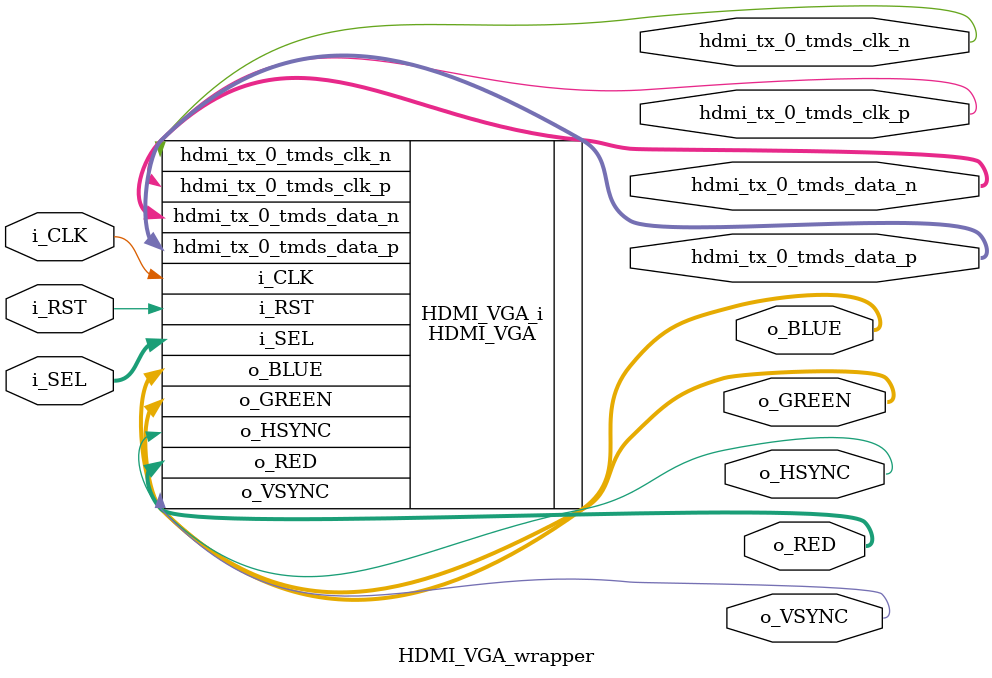
<source format=v>
`timescale 1 ps / 1 ps

module HDMI_VGA_wrapper
   (hdmi_tx_0_tmds_clk_n,
    hdmi_tx_0_tmds_clk_p,
    hdmi_tx_0_tmds_data_n,
    hdmi_tx_0_tmds_data_p,
    i_CLK,
    i_RST,
    i_SEL,
    o_BLUE,
    o_GREEN,
    o_HSYNC,
    o_RED,
    o_VSYNC);
  output hdmi_tx_0_tmds_clk_n;
  output hdmi_tx_0_tmds_clk_p;
  output [2:0]hdmi_tx_0_tmds_data_n;
  output [2:0]hdmi_tx_0_tmds_data_p;
  input i_CLK;
  input i_RST;
  input [1:0]i_SEL;
  output [3:0]o_BLUE;
  output [3:0]o_GREEN;
  output o_HSYNC;
  output [3:0]o_RED;
  output o_VSYNC;

  wire hdmi_tx_0_tmds_clk_n;
  wire hdmi_tx_0_tmds_clk_p;
  wire [2:0]hdmi_tx_0_tmds_data_n;
  wire [2:0]hdmi_tx_0_tmds_data_p;
  wire i_CLK;
  wire i_RST;
  wire [1:0]i_SEL;
  wire [3:0]o_BLUE;
  wire [3:0]o_GREEN;
  wire o_HSYNC;
  wire [3:0]o_RED;
  wire o_VSYNC;

  HDMI_VGA HDMI_VGA_i
       (.hdmi_tx_0_tmds_clk_n(hdmi_tx_0_tmds_clk_n),
        .hdmi_tx_0_tmds_clk_p(hdmi_tx_0_tmds_clk_p),
        .hdmi_tx_0_tmds_data_n(hdmi_tx_0_tmds_data_n),
        .hdmi_tx_0_tmds_data_p(hdmi_tx_0_tmds_data_p),
        .i_CLK(i_CLK),
        .i_RST(i_RST),
        .i_SEL(i_SEL),
        .o_BLUE(o_BLUE),
        .o_GREEN(o_GREEN),
        .o_HSYNC(o_HSYNC),
        .o_RED(o_RED),
        .o_VSYNC(o_VSYNC));
endmodule

</source>
